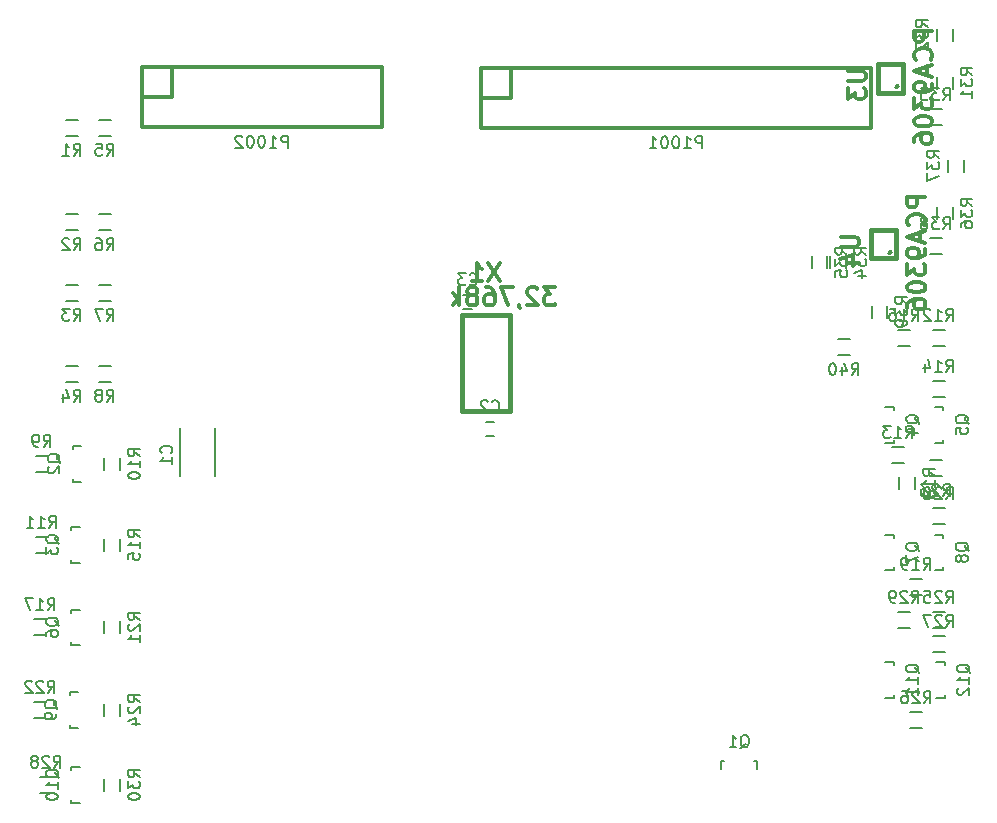
<source format=gbo>
G04 #@! TF.FileFunction,Legend,Bot*
%FSLAX46Y46*%
G04 Gerber Fmt 4.6, Leading zero omitted, Abs format (unit mm)*
G04 Created by KiCad (PCBNEW 4.0.0-rc1-stable) date mer. 14 oct. 2015 22:56:32 CEST*
%MOMM*%
G01*
G04 APERTURE LIST*
%ADD10C,0.150000*%
%ADD11C,0.304800*%
%ADD12C,0.381000*%
%ADD13C,0.203200*%
G04 APERTURE END LIST*
D10*
D11*
X139573000Y-49911000D02*
X106553000Y-49911000D01*
X106553000Y-54991000D02*
X139573000Y-54991000D01*
X106553000Y-52451000D02*
X109093000Y-52451000D01*
X109093000Y-52451000D02*
X109093000Y-49911000D01*
X106553000Y-54991000D02*
X106553000Y-49911000D01*
X139573000Y-49911000D02*
X139573000Y-54991000D01*
D12*
X104902000Y-74422000D02*
X104902000Y-78994000D01*
X104902000Y-78994000D02*
X108966000Y-78994000D01*
X108966000Y-78994000D02*
X108966000Y-70866000D01*
X108966000Y-70866000D02*
X104902000Y-70866000D01*
X104902000Y-70866000D02*
X104902000Y-74422000D01*
D10*
X72382000Y-54316000D02*
X71382000Y-54316000D01*
X71382000Y-55666000D02*
X72382000Y-55666000D01*
X142883000Y-94528000D02*
X143883000Y-94528000D01*
X143883000Y-93178000D02*
X142883000Y-93178000D01*
X144788000Y-99354000D02*
X145788000Y-99354000D01*
X145788000Y-98004000D02*
X144788000Y-98004000D01*
X142883000Y-105831000D02*
X143883000Y-105831000D01*
X143883000Y-104481000D02*
X142883000Y-104481000D01*
X141867000Y-97322000D02*
X142867000Y-97322000D01*
X142867000Y-95972000D02*
X141867000Y-95972000D01*
X144788000Y-97322000D02*
X145788000Y-97322000D01*
X145788000Y-95972000D02*
X144788000Y-95972000D01*
X144788000Y-88559000D02*
X145788000Y-88559000D01*
X145788000Y-87209000D02*
X144788000Y-87209000D01*
X144788000Y-77764000D02*
X145788000Y-77764000D01*
X145788000Y-76414000D02*
X144788000Y-76414000D01*
X141359000Y-83352000D02*
X142359000Y-83352000D01*
X142359000Y-82002000D02*
X141359000Y-82002000D01*
X141867000Y-73446000D02*
X142867000Y-73446000D01*
X142867000Y-72096000D02*
X141867000Y-72096000D01*
X68842000Y-90972000D02*
X69842000Y-90972000D01*
X69842000Y-89622000D02*
X68842000Y-89622000D01*
X68715000Y-97957000D02*
X69715000Y-97957000D01*
X69715000Y-96607000D02*
X68715000Y-96607000D01*
X75176000Y-54316000D02*
X74176000Y-54316000D01*
X74176000Y-55666000D02*
X75176000Y-55666000D01*
X144788000Y-73446000D02*
X145788000Y-73446000D01*
X145788000Y-72096000D02*
X144788000Y-72096000D01*
X134529200Y-65870200D02*
X134529200Y-66870200D01*
X135879200Y-66870200D02*
X135879200Y-65870200D01*
X136129400Y-65870200D02*
X136129400Y-66870200D01*
X137479400Y-66870200D02*
X137479400Y-65870200D01*
X144534000Y-54777000D02*
X145534000Y-54777000D01*
X145534000Y-53427000D02*
X144534000Y-53427000D01*
X146471000Y-47617000D02*
X146471000Y-46617000D01*
X145121000Y-46617000D02*
X145121000Y-47617000D01*
X145121000Y-50681000D02*
X145121000Y-51681000D01*
X146471000Y-51681000D02*
X146471000Y-50681000D01*
X69223000Y-111292000D02*
X70223000Y-111292000D01*
X70223000Y-109942000D02*
X69223000Y-109942000D01*
X68715000Y-104942000D02*
X69715000Y-104942000D01*
X69715000Y-103592000D02*
X68715000Y-103592000D01*
X68842000Y-84114000D02*
X69842000Y-84114000D01*
X69842000Y-82764000D02*
X68842000Y-82764000D01*
X74636000Y-110117000D02*
X74636000Y-111117000D01*
X75986000Y-111117000D02*
X75986000Y-110117000D01*
X74636000Y-103767000D02*
X74636000Y-104767000D01*
X75986000Y-104767000D02*
X75986000Y-103767000D01*
X74636000Y-96782000D02*
X74636000Y-97782000D01*
X75986000Y-97782000D02*
X75986000Y-96782000D01*
X74636000Y-89797000D02*
X74636000Y-90797000D01*
X75986000Y-90797000D02*
X75986000Y-89797000D01*
X137787000Y-72883400D02*
X136787000Y-72883400D01*
X136787000Y-74233400D02*
X137787000Y-74233400D01*
X74636000Y-82939000D02*
X74636000Y-83939000D01*
X75986000Y-83939000D02*
X75986000Y-82939000D01*
X139609200Y-70061200D02*
X139609200Y-71061200D01*
X140959200Y-71061200D02*
X140959200Y-70061200D01*
X75176000Y-75144000D02*
X74176000Y-75144000D01*
X74176000Y-76494000D02*
X75176000Y-76494000D01*
X72382000Y-75144000D02*
X71382000Y-75144000D01*
X71382000Y-76494000D02*
X72382000Y-76494000D01*
X141946000Y-84590000D02*
X141946000Y-85590000D01*
X143296000Y-85590000D02*
X143296000Y-84590000D01*
X75176000Y-68286000D02*
X74176000Y-68286000D01*
X74176000Y-69636000D02*
X75176000Y-69636000D01*
X72382000Y-68286000D02*
X71382000Y-68286000D01*
X71382000Y-69636000D02*
X72382000Y-69636000D01*
X144534000Y-65699000D02*
X145534000Y-65699000D01*
X145534000Y-64349000D02*
X144534000Y-64349000D01*
X145534000Y-83145000D02*
X144534000Y-83145000D01*
X144534000Y-84495000D02*
X145534000Y-84495000D01*
X75176000Y-62317000D02*
X74176000Y-62317000D01*
X74176000Y-63667000D02*
X75176000Y-63667000D01*
X72382000Y-62317000D02*
X71382000Y-62317000D01*
X71382000Y-63667000D02*
X72382000Y-63667000D01*
X147461600Y-58691400D02*
X147461600Y-57691400D01*
X146111600Y-57691400D02*
X146111600Y-58691400D01*
X145121000Y-61730000D02*
X145121000Y-62730000D01*
X146471000Y-62730000D02*
X146471000Y-61730000D01*
X107665000Y-79918000D02*
X106965000Y-79918000D01*
X106965000Y-81118000D02*
X107665000Y-81118000D01*
X105760000Y-69173800D02*
X105060000Y-69173800D01*
X105060000Y-70373800D02*
X105760000Y-70373800D01*
D12*
X141782800Y-51485800D02*
G75*
G03X141782800Y-51485800I-50800J0D01*
G01*
X140157200Y-52006500D02*
X140157200Y-49593500D01*
X140157200Y-49593500D02*
X142252700Y-49593500D01*
X142252700Y-49593500D02*
X142252700Y-52006500D01*
X142252700Y-52006500D02*
X140157200Y-52006500D01*
X141198600Y-65532000D02*
G75*
G03X141198600Y-65532000I-50800J0D01*
G01*
X139573000Y-66052700D02*
X139573000Y-63639700D01*
X139573000Y-63639700D02*
X141668500Y-63639700D01*
X141668500Y-63639700D02*
X141668500Y-66052700D01*
X141668500Y-66052700D02*
X139573000Y-66052700D01*
D10*
X84050000Y-84477000D02*
X84050000Y-80377000D01*
X81050000Y-84477000D02*
X81050000Y-80377000D01*
D11*
X77825600Y-54940200D02*
X98145600Y-54940200D01*
X98145600Y-54940200D02*
X98145600Y-49860200D01*
X98145600Y-49860200D02*
X77825600Y-49860200D01*
X77825600Y-52400200D02*
X80365600Y-52400200D01*
X80365600Y-52400200D02*
X80365600Y-49860200D01*
X77825600Y-54940200D02*
X77825600Y-49860200D01*
D10*
X71866760Y-98581160D02*
X71866760Y-98532900D01*
X72567800Y-95782180D02*
X71866760Y-95782180D01*
X71866760Y-95782180D02*
X71866760Y-96031100D01*
X71866760Y-98581160D02*
X71866760Y-98781820D01*
X71866760Y-98781820D02*
X72567800Y-98781820D01*
X71866760Y-91596160D02*
X71866760Y-91547900D01*
X72567800Y-88797180D02*
X71866760Y-88797180D01*
X71866760Y-88797180D02*
X71866760Y-89046100D01*
X71866760Y-91596160D02*
X71866760Y-91796820D01*
X71866760Y-91796820D02*
X72567800Y-91796820D01*
X71739760Y-105566160D02*
X71739760Y-105517900D01*
X72440800Y-102767180D02*
X71739760Y-102767180D01*
X71739760Y-102767180D02*
X71739760Y-103016100D01*
X71739760Y-105566160D02*
X71739760Y-105766820D01*
X71739760Y-105766820D02*
X72440800Y-105766820D01*
X71993760Y-84738160D02*
X71993760Y-84689900D01*
X72694800Y-81939180D02*
X71993760Y-81939180D01*
X71993760Y-81939180D02*
X71993760Y-82188100D01*
X71993760Y-84738160D02*
X71993760Y-84938820D01*
X71993760Y-84938820D02*
X72694800Y-84938820D01*
X71866760Y-111916160D02*
X71866760Y-111867900D01*
X72567800Y-109117180D02*
X71866760Y-109117180D01*
X71866760Y-109117180D02*
X71866760Y-109366100D01*
X71866760Y-111916160D02*
X71866760Y-112116820D01*
X71866760Y-112116820D02*
X72567800Y-112116820D01*
X141493240Y-78837840D02*
X141493240Y-78886100D01*
X140792200Y-81636820D02*
X141493240Y-81636820D01*
X141493240Y-81636820D02*
X141493240Y-81387900D01*
X141493240Y-78837840D02*
X141493240Y-78637180D01*
X141493240Y-78637180D02*
X140792200Y-78637180D01*
X145684240Y-78837840D02*
X145684240Y-78886100D01*
X144983200Y-81636820D02*
X145684240Y-81636820D01*
X145684240Y-81636820D02*
X145684240Y-81387900D01*
X145684240Y-78837840D02*
X145684240Y-78637180D01*
X145684240Y-78637180D02*
X144983200Y-78637180D01*
X141493240Y-100427840D02*
X141493240Y-100476100D01*
X140792200Y-103226820D02*
X141493240Y-103226820D01*
X141493240Y-103226820D02*
X141493240Y-102977900D01*
X141493240Y-100427840D02*
X141493240Y-100227180D01*
X141493240Y-100227180D02*
X140792200Y-100227180D01*
X145811240Y-100427840D02*
X145811240Y-100476100D01*
X145110200Y-103226820D02*
X145811240Y-103226820D01*
X145811240Y-103226820D02*
X145811240Y-102977900D01*
X145811240Y-100427840D02*
X145811240Y-100227180D01*
X145811240Y-100227180D02*
X145110200Y-100227180D01*
X145684240Y-89632840D02*
X145684240Y-89681100D01*
X144983200Y-92431820D02*
X145684240Y-92431820D01*
X145684240Y-92431820D02*
X145684240Y-92182900D01*
X145684240Y-89632840D02*
X145684240Y-89432180D01*
X145684240Y-89432180D02*
X144983200Y-89432180D01*
X141493240Y-89632840D02*
X141493240Y-89681100D01*
X140792200Y-92431820D02*
X141493240Y-92431820D01*
X141493240Y-92431820D02*
X141493240Y-92182900D01*
X141493240Y-89632840D02*
X141493240Y-89432180D01*
X141493240Y-89432180D02*
X140792200Y-89432180D01*
X127097840Y-108569760D02*
X127146100Y-108569760D01*
X129896820Y-109270800D02*
X129896820Y-108569760D01*
X129896820Y-108569760D02*
X129647900Y-108569760D01*
X127097840Y-108569760D02*
X126897180Y-108569760D01*
X126897180Y-108569760D02*
X126897180Y-109270800D01*
D13*
X125264333Y-56720619D02*
X125264333Y-55704619D01*
X124877286Y-55704619D01*
X124780524Y-55753000D01*
X124732143Y-55801381D01*
X124683762Y-55898143D01*
X124683762Y-56043286D01*
X124732143Y-56140048D01*
X124780524Y-56188429D01*
X124877286Y-56236810D01*
X125264333Y-56236810D01*
X123716143Y-56720619D02*
X124296714Y-56720619D01*
X124006428Y-56720619D02*
X124006428Y-55704619D01*
X124103190Y-55849762D01*
X124199952Y-55946524D01*
X124296714Y-55994905D01*
X123087190Y-55704619D02*
X122990429Y-55704619D01*
X122893667Y-55753000D01*
X122845286Y-55801381D01*
X122796905Y-55898143D01*
X122748524Y-56091667D01*
X122748524Y-56333571D01*
X122796905Y-56527095D01*
X122845286Y-56623857D01*
X122893667Y-56672238D01*
X122990429Y-56720619D01*
X123087190Y-56720619D01*
X123183952Y-56672238D01*
X123232333Y-56623857D01*
X123280714Y-56527095D01*
X123329095Y-56333571D01*
X123329095Y-56091667D01*
X123280714Y-55898143D01*
X123232333Y-55801381D01*
X123183952Y-55753000D01*
X123087190Y-55704619D01*
X122119571Y-55704619D02*
X122022810Y-55704619D01*
X121926048Y-55753000D01*
X121877667Y-55801381D01*
X121829286Y-55898143D01*
X121780905Y-56091667D01*
X121780905Y-56333571D01*
X121829286Y-56527095D01*
X121877667Y-56623857D01*
X121926048Y-56672238D01*
X122022810Y-56720619D01*
X122119571Y-56720619D01*
X122216333Y-56672238D01*
X122264714Y-56623857D01*
X122313095Y-56527095D01*
X122361476Y-56333571D01*
X122361476Y-56091667D01*
X122313095Y-55898143D01*
X122264714Y-55801381D01*
X122216333Y-55753000D01*
X122119571Y-55704619D01*
X120813286Y-56720619D02*
X121393857Y-56720619D01*
X121103571Y-56720619D02*
X121103571Y-55704619D01*
X121200333Y-55849762D01*
X121297095Y-55946524D01*
X121393857Y-55994905D01*
D11*
X108167715Y-66475429D02*
X107151715Y-67999429D01*
X107151715Y-66475429D02*
X108167715Y-67999429D01*
X105772857Y-67999429D02*
X106643714Y-67999429D01*
X106208286Y-67999429D02*
X106208286Y-66475429D01*
X106353429Y-66693143D01*
X106498571Y-66838286D01*
X106643714Y-66910857D01*
X112848572Y-68507429D02*
X111905143Y-68507429D01*
X112413143Y-69088000D01*
X112195429Y-69088000D01*
X112050286Y-69160571D01*
X111977715Y-69233143D01*
X111905143Y-69378286D01*
X111905143Y-69741143D01*
X111977715Y-69886286D01*
X112050286Y-69958857D01*
X112195429Y-70031429D01*
X112630857Y-70031429D01*
X112776000Y-69958857D01*
X112848572Y-69886286D01*
X111324571Y-68652571D02*
X111252000Y-68580000D01*
X111106857Y-68507429D01*
X110744000Y-68507429D01*
X110598857Y-68580000D01*
X110526286Y-68652571D01*
X110453714Y-68797714D01*
X110453714Y-68942857D01*
X110526286Y-69160571D01*
X111397143Y-70031429D01*
X110453714Y-70031429D01*
X109727999Y-69958857D02*
X109727999Y-70031429D01*
X109800571Y-70176571D01*
X109873142Y-70249143D01*
X109220000Y-68507429D02*
X108204000Y-68507429D01*
X108857143Y-70031429D01*
X106970285Y-68507429D02*
X107260571Y-68507429D01*
X107405714Y-68580000D01*
X107478285Y-68652571D01*
X107623428Y-68870286D01*
X107695999Y-69160571D01*
X107695999Y-69741143D01*
X107623428Y-69886286D01*
X107550856Y-69958857D01*
X107405714Y-70031429D01*
X107115428Y-70031429D01*
X106970285Y-69958857D01*
X106897714Y-69886286D01*
X106825142Y-69741143D01*
X106825142Y-69378286D01*
X106897714Y-69233143D01*
X106970285Y-69160571D01*
X107115428Y-69088000D01*
X107405714Y-69088000D01*
X107550856Y-69160571D01*
X107623428Y-69233143D01*
X107695999Y-69378286D01*
X105954285Y-69160571D02*
X106099427Y-69088000D01*
X106171999Y-69015429D01*
X106244570Y-68870286D01*
X106244570Y-68797714D01*
X106171999Y-68652571D01*
X106099427Y-68580000D01*
X105954285Y-68507429D01*
X105663999Y-68507429D01*
X105518856Y-68580000D01*
X105446285Y-68652571D01*
X105373713Y-68797714D01*
X105373713Y-68870286D01*
X105446285Y-69015429D01*
X105518856Y-69088000D01*
X105663999Y-69160571D01*
X105954285Y-69160571D01*
X106099427Y-69233143D01*
X106171999Y-69305714D01*
X106244570Y-69450857D01*
X106244570Y-69741143D01*
X106171999Y-69886286D01*
X106099427Y-69958857D01*
X105954285Y-70031429D01*
X105663999Y-70031429D01*
X105518856Y-69958857D01*
X105446285Y-69886286D01*
X105373713Y-69741143D01*
X105373713Y-69450857D01*
X105446285Y-69305714D01*
X105518856Y-69233143D01*
X105663999Y-69160571D01*
X104720570Y-70031429D02*
X104720570Y-68507429D01*
X104575427Y-69450857D02*
X104139998Y-70031429D01*
X104139998Y-69015429D02*
X104720570Y-69596000D01*
D10*
X72048666Y-57343381D02*
X72382000Y-56867190D01*
X72620095Y-57343381D02*
X72620095Y-56343381D01*
X72239142Y-56343381D01*
X72143904Y-56391000D01*
X72096285Y-56438619D01*
X72048666Y-56533857D01*
X72048666Y-56676714D01*
X72096285Y-56771952D01*
X72143904Y-56819571D01*
X72239142Y-56867190D01*
X72620095Y-56867190D01*
X71096285Y-57343381D02*
X71667714Y-57343381D01*
X71382000Y-57343381D02*
X71382000Y-56343381D01*
X71477238Y-56486238D01*
X71572476Y-56581476D01*
X71667714Y-56629095D01*
X144025857Y-92405381D02*
X144359191Y-91929190D01*
X144597286Y-92405381D02*
X144597286Y-91405381D01*
X144216333Y-91405381D01*
X144121095Y-91453000D01*
X144073476Y-91500619D01*
X144025857Y-91595857D01*
X144025857Y-91738714D01*
X144073476Y-91833952D01*
X144121095Y-91881571D01*
X144216333Y-91929190D01*
X144597286Y-91929190D01*
X143073476Y-92405381D02*
X143644905Y-92405381D01*
X143359191Y-92405381D02*
X143359191Y-91405381D01*
X143454429Y-91548238D01*
X143549667Y-91643476D01*
X143644905Y-91691095D01*
X142597286Y-92405381D02*
X142406810Y-92405381D01*
X142311571Y-92357762D01*
X142263952Y-92310143D01*
X142168714Y-92167286D01*
X142121095Y-91976810D01*
X142121095Y-91595857D01*
X142168714Y-91500619D01*
X142216333Y-91453000D01*
X142311571Y-91405381D01*
X142502048Y-91405381D01*
X142597286Y-91453000D01*
X142644905Y-91500619D01*
X142692524Y-91595857D01*
X142692524Y-91833952D01*
X142644905Y-91929190D01*
X142597286Y-91976810D01*
X142502048Y-92024429D01*
X142311571Y-92024429D01*
X142216333Y-91976810D01*
X142168714Y-91929190D01*
X142121095Y-91833952D01*
X145930857Y-97231381D02*
X146264191Y-96755190D01*
X146502286Y-97231381D02*
X146502286Y-96231381D01*
X146121333Y-96231381D01*
X146026095Y-96279000D01*
X145978476Y-96326619D01*
X145930857Y-96421857D01*
X145930857Y-96564714D01*
X145978476Y-96659952D01*
X146026095Y-96707571D01*
X146121333Y-96755190D01*
X146502286Y-96755190D01*
X145549905Y-96326619D02*
X145502286Y-96279000D01*
X145407048Y-96231381D01*
X145168952Y-96231381D01*
X145073714Y-96279000D01*
X145026095Y-96326619D01*
X144978476Y-96421857D01*
X144978476Y-96517095D01*
X145026095Y-96659952D01*
X145597524Y-97231381D01*
X144978476Y-97231381D01*
X144645143Y-96231381D02*
X143978476Y-96231381D01*
X144407048Y-97231381D01*
X144025857Y-103708381D02*
X144359191Y-103232190D01*
X144597286Y-103708381D02*
X144597286Y-102708381D01*
X144216333Y-102708381D01*
X144121095Y-102756000D01*
X144073476Y-102803619D01*
X144025857Y-102898857D01*
X144025857Y-103041714D01*
X144073476Y-103136952D01*
X144121095Y-103184571D01*
X144216333Y-103232190D01*
X144597286Y-103232190D01*
X143644905Y-102803619D02*
X143597286Y-102756000D01*
X143502048Y-102708381D01*
X143263952Y-102708381D01*
X143168714Y-102756000D01*
X143121095Y-102803619D01*
X143073476Y-102898857D01*
X143073476Y-102994095D01*
X143121095Y-103136952D01*
X143692524Y-103708381D01*
X143073476Y-103708381D01*
X142216333Y-102708381D02*
X142406810Y-102708381D01*
X142502048Y-102756000D01*
X142549667Y-102803619D01*
X142644905Y-102946476D01*
X142692524Y-103136952D01*
X142692524Y-103517905D01*
X142644905Y-103613143D01*
X142597286Y-103660762D01*
X142502048Y-103708381D01*
X142311571Y-103708381D01*
X142216333Y-103660762D01*
X142168714Y-103613143D01*
X142121095Y-103517905D01*
X142121095Y-103279810D01*
X142168714Y-103184571D01*
X142216333Y-103136952D01*
X142311571Y-103089333D01*
X142502048Y-103089333D01*
X142597286Y-103136952D01*
X142644905Y-103184571D01*
X142692524Y-103279810D01*
X143009857Y-95199381D02*
X143343191Y-94723190D01*
X143581286Y-95199381D02*
X143581286Y-94199381D01*
X143200333Y-94199381D01*
X143105095Y-94247000D01*
X143057476Y-94294619D01*
X143009857Y-94389857D01*
X143009857Y-94532714D01*
X143057476Y-94627952D01*
X143105095Y-94675571D01*
X143200333Y-94723190D01*
X143581286Y-94723190D01*
X142628905Y-94294619D02*
X142581286Y-94247000D01*
X142486048Y-94199381D01*
X142247952Y-94199381D01*
X142152714Y-94247000D01*
X142105095Y-94294619D01*
X142057476Y-94389857D01*
X142057476Y-94485095D01*
X142105095Y-94627952D01*
X142676524Y-95199381D01*
X142057476Y-95199381D01*
X141581286Y-95199381D02*
X141390810Y-95199381D01*
X141295571Y-95151762D01*
X141247952Y-95104143D01*
X141152714Y-94961286D01*
X141105095Y-94770810D01*
X141105095Y-94389857D01*
X141152714Y-94294619D01*
X141200333Y-94247000D01*
X141295571Y-94199381D01*
X141486048Y-94199381D01*
X141581286Y-94247000D01*
X141628905Y-94294619D01*
X141676524Y-94389857D01*
X141676524Y-94627952D01*
X141628905Y-94723190D01*
X141581286Y-94770810D01*
X141486048Y-94818429D01*
X141295571Y-94818429D01*
X141200333Y-94770810D01*
X141152714Y-94723190D01*
X141105095Y-94627952D01*
X145930857Y-95199381D02*
X146264191Y-94723190D01*
X146502286Y-95199381D02*
X146502286Y-94199381D01*
X146121333Y-94199381D01*
X146026095Y-94247000D01*
X145978476Y-94294619D01*
X145930857Y-94389857D01*
X145930857Y-94532714D01*
X145978476Y-94627952D01*
X146026095Y-94675571D01*
X146121333Y-94723190D01*
X146502286Y-94723190D01*
X145549905Y-94294619D02*
X145502286Y-94247000D01*
X145407048Y-94199381D01*
X145168952Y-94199381D01*
X145073714Y-94247000D01*
X145026095Y-94294619D01*
X144978476Y-94389857D01*
X144978476Y-94485095D01*
X145026095Y-94627952D01*
X145597524Y-95199381D01*
X144978476Y-95199381D01*
X144073714Y-94199381D02*
X144549905Y-94199381D01*
X144597524Y-94675571D01*
X144549905Y-94627952D01*
X144454667Y-94580333D01*
X144216571Y-94580333D01*
X144121333Y-94627952D01*
X144073714Y-94675571D01*
X144026095Y-94770810D01*
X144026095Y-95008905D01*
X144073714Y-95104143D01*
X144121333Y-95151762D01*
X144216571Y-95199381D01*
X144454667Y-95199381D01*
X144549905Y-95151762D01*
X144597524Y-95104143D01*
X145930857Y-86436381D02*
X146264191Y-85960190D01*
X146502286Y-86436381D02*
X146502286Y-85436381D01*
X146121333Y-85436381D01*
X146026095Y-85484000D01*
X145978476Y-85531619D01*
X145930857Y-85626857D01*
X145930857Y-85769714D01*
X145978476Y-85864952D01*
X146026095Y-85912571D01*
X146121333Y-85960190D01*
X146502286Y-85960190D01*
X145549905Y-85531619D02*
X145502286Y-85484000D01*
X145407048Y-85436381D01*
X145168952Y-85436381D01*
X145073714Y-85484000D01*
X145026095Y-85531619D01*
X144978476Y-85626857D01*
X144978476Y-85722095D01*
X145026095Y-85864952D01*
X145597524Y-86436381D01*
X144978476Y-86436381D01*
X144359429Y-85436381D02*
X144264190Y-85436381D01*
X144168952Y-85484000D01*
X144121333Y-85531619D01*
X144073714Y-85626857D01*
X144026095Y-85817333D01*
X144026095Y-86055429D01*
X144073714Y-86245905D01*
X144121333Y-86341143D01*
X144168952Y-86388762D01*
X144264190Y-86436381D01*
X144359429Y-86436381D01*
X144454667Y-86388762D01*
X144502286Y-86341143D01*
X144549905Y-86245905D01*
X144597524Y-86055429D01*
X144597524Y-85817333D01*
X144549905Y-85626857D01*
X144502286Y-85531619D01*
X144454667Y-85484000D01*
X144359429Y-85436381D01*
X145930857Y-75641381D02*
X146264191Y-75165190D01*
X146502286Y-75641381D02*
X146502286Y-74641381D01*
X146121333Y-74641381D01*
X146026095Y-74689000D01*
X145978476Y-74736619D01*
X145930857Y-74831857D01*
X145930857Y-74974714D01*
X145978476Y-75069952D01*
X146026095Y-75117571D01*
X146121333Y-75165190D01*
X146502286Y-75165190D01*
X144978476Y-75641381D02*
X145549905Y-75641381D01*
X145264191Y-75641381D02*
X145264191Y-74641381D01*
X145359429Y-74784238D01*
X145454667Y-74879476D01*
X145549905Y-74927095D01*
X144121333Y-74974714D02*
X144121333Y-75641381D01*
X144359429Y-74593762D02*
X144597524Y-75308048D01*
X143978476Y-75308048D01*
X142501857Y-81229381D02*
X142835191Y-80753190D01*
X143073286Y-81229381D02*
X143073286Y-80229381D01*
X142692333Y-80229381D01*
X142597095Y-80277000D01*
X142549476Y-80324619D01*
X142501857Y-80419857D01*
X142501857Y-80562714D01*
X142549476Y-80657952D01*
X142597095Y-80705571D01*
X142692333Y-80753190D01*
X143073286Y-80753190D01*
X141549476Y-81229381D02*
X142120905Y-81229381D01*
X141835191Y-81229381D02*
X141835191Y-80229381D01*
X141930429Y-80372238D01*
X142025667Y-80467476D01*
X142120905Y-80515095D01*
X141216143Y-80229381D02*
X140597095Y-80229381D01*
X140930429Y-80610333D01*
X140787571Y-80610333D01*
X140692333Y-80657952D01*
X140644714Y-80705571D01*
X140597095Y-80800810D01*
X140597095Y-81038905D01*
X140644714Y-81134143D01*
X140692333Y-81181762D01*
X140787571Y-81229381D01*
X141073286Y-81229381D01*
X141168524Y-81181762D01*
X141216143Y-81134143D01*
X143009857Y-71323381D02*
X143343191Y-70847190D01*
X143581286Y-71323381D02*
X143581286Y-70323381D01*
X143200333Y-70323381D01*
X143105095Y-70371000D01*
X143057476Y-70418619D01*
X143009857Y-70513857D01*
X143009857Y-70656714D01*
X143057476Y-70751952D01*
X143105095Y-70799571D01*
X143200333Y-70847190D01*
X143581286Y-70847190D01*
X142057476Y-71323381D02*
X142628905Y-71323381D01*
X142343191Y-71323381D02*
X142343191Y-70323381D01*
X142438429Y-70466238D01*
X142533667Y-70561476D01*
X142628905Y-70609095D01*
X141200333Y-70323381D02*
X141390810Y-70323381D01*
X141486048Y-70371000D01*
X141533667Y-70418619D01*
X141628905Y-70561476D01*
X141676524Y-70751952D01*
X141676524Y-71132905D01*
X141628905Y-71228143D01*
X141581286Y-71275762D01*
X141486048Y-71323381D01*
X141295571Y-71323381D01*
X141200333Y-71275762D01*
X141152714Y-71228143D01*
X141105095Y-71132905D01*
X141105095Y-70894810D01*
X141152714Y-70799571D01*
X141200333Y-70751952D01*
X141295571Y-70704333D01*
X141486048Y-70704333D01*
X141581286Y-70751952D01*
X141628905Y-70799571D01*
X141676524Y-70894810D01*
X69984857Y-88849381D02*
X70318191Y-88373190D01*
X70556286Y-88849381D02*
X70556286Y-87849381D01*
X70175333Y-87849381D01*
X70080095Y-87897000D01*
X70032476Y-87944619D01*
X69984857Y-88039857D01*
X69984857Y-88182714D01*
X70032476Y-88277952D01*
X70080095Y-88325571D01*
X70175333Y-88373190D01*
X70556286Y-88373190D01*
X69032476Y-88849381D02*
X69603905Y-88849381D01*
X69318191Y-88849381D02*
X69318191Y-87849381D01*
X69413429Y-87992238D01*
X69508667Y-88087476D01*
X69603905Y-88135095D01*
X68080095Y-88849381D02*
X68651524Y-88849381D01*
X68365810Y-88849381D02*
X68365810Y-87849381D01*
X68461048Y-87992238D01*
X68556286Y-88087476D01*
X68651524Y-88135095D01*
X69857857Y-95834381D02*
X70191191Y-95358190D01*
X70429286Y-95834381D02*
X70429286Y-94834381D01*
X70048333Y-94834381D01*
X69953095Y-94882000D01*
X69905476Y-94929619D01*
X69857857Y-95024857D01*
X69857857Y-95167714D01*
X69905476Y-95262952D01*
X69953095Y-95310571D01*
X70048333Y-95358190D01*
X70429286Y-95358190D01*
X68905476Y-95834381D02*
X69476905Y-95834381D01*
X69191191Y-95834381D02*
X69191191Y-94834381D01*
X69286429Y-94977238D01*
X69381667Y-95072476D01*
X69476905Y-95120095D01*
X68572143Y-94834381D02*
X67905476Y-94834381D01*
X68334048Y-95834381D01*
X74842666Y-57343381D02*
X75176000Y-56867190D01*
X75414095Y-57343381D02*
X75414095Y-56343381D01*
X75033142Y-56343381D01*
X74937904Y-56391000D01*
X74890285Y-56438619D01*
X74842666Y-56533857D01*
X74842666Y-56676714D01*
X74890285Y-56771952D01*
X74937904Y-56819571D01*
X75033142Y-56867190D01*
X75414095Y-56867190D01*
X73937904Y-56343381D02*
X74414095Y-56343381D01*
X74461714Y-56819571D01*
X74414095Y-56771952D01*
X74318857Y-56724333D01*
X74080761Y-56724333D01*
X73985523Y-56771952D01*
X73937904Y-56819571D01*
X73890285Y-56914810D01*
X73890285Y-57152905D01*
X73937904Y-57248143D01*
X73985523Y-57295762D01*
X74080761Y-57343381D01*
X74318857Y-57343381D01*
X74414095Y-57295762D01*
X74461714Y-57248143D01*
X145930857Y-71323381D02*
X146264191Y-70847190D01*
X146502286Y-71323381D02*
X146502286Y-70323381D01*
X146121333Y-70323381D01*
X146026095Y-70371000D01*
X145978476Y-70418619D01*
X145930857Y-70513857D01*
X145930857Y-70656714D01*
X145978476Y-70751952D01*
X146026095Y-70799571D01*
X146121333Y-70847190D01*
X146502286Y-70847190D01*
X144978476Y-71323381D02*
X145549905Y-71323381D01*
X145264191Y-71323381D02*
X145264191Y-70323381D01*
X145359429Y-70466238D01*
X145454667Y-70561476D01*
X145549905Y-70609095D01*
X144597524Y-70418619D02*
X144549905Y-70371000D01*
X144454667Y-70323381D01*
X144216571Y-70323381D01*
X144121333Y-70371000D01*
X144073714Y-70418619D01*
X144026095Y-70513857D01*
X144026095Y-70609095D01*
X144073714Y-70751952D01*
X144645143Y-71323381D01*
X144026095Y-71323381D01*
X137556581Y-65727343D02*
X137080390Y-65394009D01*
X137556581Y-65155914D02*
X136556581Y-65155914D01*
X136556581Y-65536867D01*
X136604200Y-65632105D01*
X136651819Y-65679724D01*
X136747057Y-65727343D01*
X136889914Y-65727343D01*
X136985152Y-65679724D01*
X137032771Y-65632105D01*
X137080390Y-65536867D01*
X137080390Y-65155914D01*
X136556581Y-66060676D02*
X136556581Y-66679724D01*
X136937533Y-66346390D01*
X136937533Y-66489248D01*
X136985152Y-66584486D01*
X137032771Y-66632105D01*
X137128010Y-66679724D01*
X137366105Y-66679724D01*
X137461343Y-66632105D01*
X137508962Y-66584486D01*
X137556581Y-66489248D01*
X137556581Y-66203533D01*
X137508962Y-66108295D01*
X137461343Y-66060676D01*
X136556581Y-67584486D02*
X136556581Y-67108295D01*
X137032771Y-67060676D01*
X136985152Y-67108295D01*
X136937533Y-67203533D01*
X136937533Y-67441629D01*
X136985152Y-67536867D01*
X137032771Y-67584486D01*
X137128010Y-67632105D01*
X137366105Y-67632105D01*
X137461343Y-67584486D01*
X137508962Y-67536867D01*
X137556581Y-67441629D01*
X137556581Y-67203533D01*
X137508962Y-67108295D01*
X137461343Y-67060676D01*
X139156781Y-65727343D02*
X138680590Y-65394009D01*
X139156781Y-65155914D02*
X138156781Y-65155914D01*
X138156781Y-65536867D01*
X138204400Y-65632105D01*
X138252019Y-65679724D01*
X138347257Y-65727343D01*
X138490114Y-65727343D01*
X138585352Y-65679724D01*
X138632971Y-65632105D01*
X138680590Y-65536867D01*
X138680590Y-65155914D01*
X138156781Y-66060676D02*
X138156781Y-66679724D01*
X138537733Y-66346390D01*
X138537733Y-66489248D01*
X138585352Y-66584486D01*
X138632971Y-66632105D01*
X138728210Y-66679724D01*
X138966305Y-66679724D01*
X139061543Y-66632105D01*
X139109162Y-66584486D01*
X139156781Y-66489248D01*
X139156781Y-66203533D01*
X139109162Y-66108295D01*
X139061543Y-66060676D01*
X138490114Y-67536867D02*
X139156781Y-67536867D01*
X138109162Y-67298771D02*
X138823448Y-67060676D01*
X138823448Y-67679724D01*
X145676857Y-52654381D02*
X146010191Y-52178190D01*
X146248286Y-52654381D02*
X146248286Y-51654381D01*
X145867333Y-51654381D01*
X145772095Y-51702000D01*
X145724476Y-51749619D01*
X145676857Y-51844857D01*
X145676857Y-51987714D01*
X145724476Y-52082952D01*
X145772095Y-52130571D01*
X145867333Y-52178190D01*
X146248286Y-52178190D01*
X145343524Y-51654381D02*
X144724476Y-51654381D01*
X145057810Y-52035333D01*
X144914952Y-52035333D01*
X144819714Y-52082952D01*
X144772095Y-52130571D01*
X144724476Y-52225810D01*
X144724476Y-52463905D01*
X144772095Y-52559143D01*
X144819714Y-52606762D01*
X144914952Y-52654381D01*
X145200667Y-52654381D01*
X145295905Y-52606762D01*
X145343524Y-52559143D01*
X144391143Y-51654381D02*
X143772095Y-51654381D01*
X144105429Y-52035333D01*
X143962571Y-52035333D01*
X143867333Y-52082952D01*
X143819714Y-52130571D01*
X143772095Y-52225810D01*
X143772095Y-52463905D01*
X143819714Y-52559143D01*
X143867333Y-52606762D01*
X143962571Y-52654381D01*
X144248286Y-52654381D01*
X144343524Y-52606762D01*
X144391143Y-52559143D01*
X144348381Y-46474143D02*
X143872190Y-46140809D01*
X144348381Y-45902714D02*
X143348381Y-45902714D01*
X143348381Y-46283667D01*
X143396000Y-46378905D01*
X143443619Y-46426524D01*
X143538857Y-46474143D01*
X143681714Y-46474143D01*
X143776952Y-46426524D01*
X143824571Y-46378905D01*
X143872190Y-46283667D01*
X143872190Y-45902714D01*
X143348381Y-46807476D02*
X143348381Y-47426524D01*
X143729333Y-47093190D01*
X143729333Y-47236048D01*
X143776952Y-47331286D01*
X143824571Y-47378905D01*
X143919810Y-47426524D01*
X144157905Y-47426524D01*
X144253143Y-47378905D01*
X144300762Y-47331286D01*
X144348381Y-47236048D01*
X144348381Y-46950333D01*
X144300762Y-46855095D01*
X144253143Y-46807476D01*
X143443619Y-47807476D02*
X143396000Y-47855095D01*
X143348381Y-47950333D01*
X143348381Y-48188429D01*
X143396000Y-48283667D01*
X143443619Y-48331286D01*
X143538857Y-48378905D01*
X143634095Y-48378905D01*
X143776952Y-48331286D01*
X144348381Y-47759857D01*
X144348381Y-48378905D01*
X148148381Y-50538143D02*
X147672190Y-50204809D01*
X148148381Y-49966714D02*
X147148381Y-49966714D01*
X147148381Y-50347667D01*
X147196000Y-50442905D01*
X147243619Y-50490524D01*
X147338857Y-50538143D01*
X147481714Y-50538143D01*
X147576952Y-50490524D01*
X147624571Y-50442905D01*
X147672190Y-50347667D01*
X147672190Y-49966714D01*
X147148381Y-50871476D02*
X147148381Y-51490524D01*
X147529333Y-51157190D01*
X147529333Y-51300048D01*
X147576952Y-51395286D01*
X147624571Y-51442905D01*
X147719810Y-51490524D01*
X147957905Y-51490524D01*
X148053143Y-51442905D01*
X148100762Y-51395286D01*
X148148381Y-51300048D01*
X148148381Y-51014333D01*
X148100762Y-50919095D01*
X148053143Y-50871476D01*
X148148381Y-52442905D02*
X148148381Y-51871476D01*
X148148381Y-52157190D02*
X147148381Y-52157190D01*
X147291238Y-52061952D01*
X147386476Y-51966714D01*
X147434095Y-51871476D01*
X70365857Y-109169381D02*
X70699191Y-108693190D01*
X70937286Y-109169381D02*
X70937286Y-108169381D01*
X70556333Y-108169381D01*
X70461095Y-108217000D01*
X70413476Y-108264619D01*
X70365857Y-108359857D01*
X70365857Y-108502714D01*
X70413476Y-108597952D01*
X70461095Y-108645571D01*
X70556333Y-108693190D01*
X70937286Y-108693190D01*
X69984905Y-108264619D02*
X69937286Y-108217000D01*
X69842048Y-108169381D01*
X69603952Y-108169381D01*
X69508714Y-108217000D01*
X69461095Y-108264619D01*
X69413476Y-108359857D01*
X69413476Y-108455095D01*
X69461095Y-108597952D01*
X70032524Y-109169381D01*
X69413476Y-109169381D01*
X68842048Y-108597952D02*
X68937286Y-108550333D01*
X68984905Y-108502714D01*
X69032524Y-108407476D01*
X69032524Y-108359857D01*
X68984905Y-108264619D01*
X68937286Y-108217000D01*
X68842048Y-108169381D01*
X68651571Y-108169381D01*
X68556333Y-108217000D01*
X68508714Y-108264619D01*
X68461095Y-108359857D01*
X68461095Y-108407476D01*
X68508714Y-108502714D01*
X68556333Y-108550333D01*
X68651571Y-108597952D01*
X68842048Y-108597952D01*
X68937286Y-108645571D01*
X68984905Y-108693190D01*
X69032524Y-108788429D01*
X69032524Y-108978905D01*
X68984905Y-109074143D01*
X68937286Y-109121762D01*
X68842048Y-109169381D01*
X68651571Y-109169381D01*
X68556333Y-109121762D01*
X68508714Y-109074143D01*
X68461095Y-108978905D01*
X68461095Y-108788429D01*
X68508714Y-108693190D01*
X68556333Y-108645571D01*
X68651571Y-108597952D01*
X69857857Y-102819381D02*
X70191191Y-102343190D01*
X70429286Y-102819381D02*
X70429286Y-101819381D01*
X70048333Y-101819381D01*
X69953095Y-101867000D01*
X69905476Y-101914619D01*
X69857857Y-102009857D01*
X69857857Y-102152714D01*
X69905476Y-102247952D01*
X69953095Y-102295571D01*
X70048333Y-102343190D01*
X70429286Y-102343190D01*
X69476905Y-101914619D02*
X69429286Y-101867000D01*
X69334048Y-101819381D01*
X69095952Y-101819381D01*
X69000714Y-101867000D01*
X68953095Y-101914619D01*
X68905476Y-102009857D01*
X68905476Y-102105095D01*
X68953095Y-102247952D01*
X69524524Y-102819381D01*
X68905476Y-102819381D01*
X68524524Y-101914619D02*
X68476905Y-101867000D01*
X68381667Y-101819381D01*
X68143571Y-101819381D01*
X68048333Y-101867000D01*
X68000714Y-101914619D01*
X67953095Y-102009857D01*
X67953095Y-102105095D01*
X68000714Y-102247952D01*
X68572143Y-102819381D01*
X67953095Y-102819381D01*
X69508666Y-81991381D02*
X69842000Y-81515190D01*
X70080095Y-81991381D02*
X70080095Y-80991381D01*
X69699142Y-80991381D01*
X69603904Y-81039000D01*
X69556285Y-81086619D01*
X69508666Y-81181857D01*
X69508666Y-81324714D01*
X69556285Y-81419952D01*
X69603904Y-81467571D01*
X69699142Y-81515190D01*
X70080095Y-81515190D01*
X69032476Y-81991381D02*
X68842000Y-81991381D01*
X68746761Y-81943762D01*
X68699142Y-81896143D01*
X68603904Y-81753286D01*
X68556285Y-81562810D01*
X68556285Y-81181857D01*
X68603904Y-81086619D01*
X68651523Y-81039000D01*
X68746761Y-80991381D01*
X68937238Y-80991381D01*
X69032476Y-81039000D01*
X69080095Y-81086619D01*
X69127714Y-81181857D01*
X69127714Y-81419952D01*
X69080095Y-81515190D01*
X69032476Y-81562810D01*
X68937238Y-81610429D01*
X68746761Y-81610429D01*
X68651523Y-81562810D01*
X68603904Y-81515190D01*
X68556285Y-81419952D01*
X77663381Y-109974143D02*
X77187190Y-109640809D01*
X77663381Y-109402714D02*
X76663381Y-109402714D01*
X76663381Y-109783667D01*
X76711000Y-109878905D01*
X76758619Y-109926524D01*
X76853857Y-109974143D01*
X76996714Y-109974143D01*
X77091952Y-109926524D01*
X77139571Y-109878905D01*
X77187190Y-109783667D01*
X77187190Y-109402714D01*
X76663381Y-110307476D02*
X76663381Y-110926524D01*
X77044333Y-110593190D01*
X77044333Y-110736048D01*
X77091952Y-110831286D01*
X77139571Y-110878905D01*
X77234810Y-110926524D01*
X77472905Y-110926524D01*
X77568143Y-110878905D01*
X77615762Y-110831286D01*
X77663381Y-110736048D01*
X77663381Y-110450333D01*
X77615762Y-110355095D01*
X77568143Y-110307476D01*
X76663381Y-111545571D02*
X76663381Y-111640810D01*
X76711000Y-111736048D01*
X76758619Y-111783667D01*
X76853857Y-111831286D01*
X77044333Y-111878905D01*
X77282429Y-111878905D01*
X77472905Y-111831286D01*
X77568143Y-111783667D01*
X77615762Y-111736048D01*
X77663381Y-111640810D01*
X77663381Y-111545571D01*
X77615762Y-111450333D01*
X77568143Y-111402714D01*
X77472905Y-111355095D01*
X77282429Y-111307476D01*
X77044333Y-111307476D01*
X76853857Y-111355095D01*
X76758619Y-111402714D01*
X76711000Y-111450333D01*
X76663381Y-111545571D01*
X77663381Y-103624143D02*
X77187190Y-103290809D01*
X77663381Y-103052714D02*
X76663381Y-103052714D01*
X76663381Y-103433667D01*
X76711000Y-103528905D01*
X76758619Y-103576524D01*
X76853857Y-103624143D01*
X76996714Y-103624143D01*
X77091952Y-103576524D01*
X77139571Y-103528905D01*
X77187190Y-103433667D01*
X77187190Y-103052714D01*
X76758619Y-104005095D02*
X76711000Y-104052714D01*
X76663381Y-104147952D01*
X76663381Y-104386048D01*
X76711000Y-104481286D01*
X76758619Y-104528905D01*
X76853857Y-104576524D01*
X76949095Y-104576524D01*
X77091952Y-104528905D01*
X77663381Y-103957476D01*
X77663381Y-104576524D01*
X76996714Y-105433667D02*
X77663381Y-105433667D01*
X76615762Y-105195571D02*
X77330048Y-104957476D01*
X77330048Y-105576524D01*
X77663381Y-96639143D02*
X77187190Y-96305809D01*
X77663381Y-96067714D02*
X76663381Y-96067714D01*
X76663381Y-96448667D01*
X76711000Y-96543905D01*
X76758619Y-96591524D01*
X76853857Y-96639143D01*
X76996714Y-96639143D01*
X77091952Y-96591524D01*
X77139571Y-96543905D01*
X77187190Y-96448667D01*
X77187190Y-96067714D01*
X76758619Y-97020095D02*
X76711000Y-97067714D01*
X76663381Y-97162952D01*
X76663381Y-97401048D01*
X76711000Y-97496286D01*
X76758619Y-97543905D01*
X76853857Y-97591524D01*
X76949095Y-97591524D01*
X77091952Y-97543905D01*
X77663381Y-96972476D01*
X77663381Y-97591524D01*
X77663381Y-98543905D02*
X77663381Y-97972476D01*
X77663381Y-98258190D02*
X76663381Y-98258190D01*
X76806238Y-98162952D01*
X76901476Y-98067714D01*
X76949095Y-97972476D01*
X77663381Y-89654143D02*
X77187190Y-89320809D01*
X77663381Y-89082714D02*
X76663381Y-89082714D01*
X76663381Y-89463667D01*
X76711000Y-89558905D01*
X76758619Y-89606524D01*
X76853857Y-89654143D01*
X76996714Y-89654143D01*
X77091952Y-89606524D01*
X77139571Y-89558905D01*
X77187190Y-89463667D01*
X77187190Y-89082714D01*
X77663381Y-90606524D02*
X77663381Y-90035095D01*
X77663381Y-90320809D02*
X76663381Y-90320809D01*
X76806238Y-90225571D01*
X76901476Y-90130333D01*
X76949095Y-90035095D01*
X76663381Y-91511286D02*
X76663381Y-91035095D01*
X77139571Y-90987476D01*
X77091952Y-91035095D01*
X77044333Y-91130333D01*
X77044333Y-91368429D01*
X77091952Y-91463667D01*
X77139571Y-91511286D01*
X77234810Y-91558905D01*
X77472905Y-91558905D01*
X77568143Y-91511286D01*
X77615762Y-91463667D01*
X77663381Y-91368429D01*
X77663381Y-91130333D01*
X77615762Y-91035095D01*
X77568143Y-90987476D01*
X137929857Y-75910781D02*
X138263191Y-75434590D01*
X138501286Y-75910781D02*
X138501286Y-74910781D01*
X138120333Y-74910781D01*
X138025095Y-74958400D01*
X137977476Y-75006019D01*
X137929857Y-75101257D01*
X137929857Y-75244114D01*
X137977476Y-75339352D01*
X138025095Y-75386971D01*
X138120333Y-75434590D01*
X138501286Y-75434590D01*
X137072714Y-75244114D02*
X137072714Y-75910781D01*
X137310810Y-74863162D02*
X137548905Y-75577448D01*
X136929857Y-75577448D01*
X136358429Y-74910781D02*
X136263190Y-74910781D01*
X136167952Y-74958400D01*
X136120333Y-75006019D01*
X136072714Y-75101257D01*
X136025095Y-75291733D01*
X136025095Y-75529829D01*
X136072714Y-75720305D01*
X136120333Y-75815543D01*
X136167952Y-75863162D01*
X136263190Y-75910781D01*
X136358429Y-75910781D01*
X136453667Y-75863162D01*
X136501286Y-75815543D01*
X136548905Y-75720305D01*
X136596524Y-75529829D01*
X136596524Y-75291733D01*
X136548905Y-75101257D01*
X136501286Y-75006019D01*
X136453667Y-74958400D01*
X136358429Y-74910781D01*
X77663381Y-82796143D02*
X77187190Y-82462809D01*
X77663381Y-82224714D02*
X76663381Y-82224714D01*
X76663381Y-82605667D01*
X76711000Y-82700905D01*
X76758619Y-82748524D01*
X76853857Y-82796143D01*
X76996714Y-82796143D01*
X77091952Y-82748524D01*
X77139571Y-82700905D01*
X77187190Y-82605667D01*
X77187190Y-82224714D01*
X77663381Y-83748524D02*
X77663381Y-83177095D01*
X77663381Y-83462809D02*
X76663381Y-83462809D01*
X76806238Y-83367571D01*
X76901476Y-83272333D01*
X76949095Y-83177095D01*
X76663381Y-84367571D02*
X76663381Y-84462810D01*
X76711000Y-84558048D01*
X76758619Y-84605667D01*
X76853857Y-84653286D01*
X77044333Y-84700905D01*
X77282429Y-84700905D01*
X77472905Y-84653286D01*
X77568143Y-84605667D01*
X77615762Y-84558048D01*
X77663381Y-84462810D01*
X77663381Y-84367571D01*
X77615762Y-84272333D01*
X77568143Y-84224714D01*
X77472905Y-84177095D01*
X77282429Y-84129476D01*
X77044333Y-84129476D01*
X76853857Y-84177095D01*
X76758619Y-84224714D01*
X76711000Y-84272333D01*
X76663381Y-84367571D01*
X142636581Y-69918343D02*
X142160390Y-69585009D01*
X142636581Y-69346914D02*
X141636581Y-69346914D01*
X141636581Y-69727867D01*
X141684200Y-69823105D01*
X141731819Y-69870724D01*
X141827057Y-69918343D01*
X141969914Y-69918343D01*
X142065152Y-69870724D01*
X142112771Y-69823105D01*
X142160390Y-69727867D01*
X142160390Y-69346914D01*
X141636581Y-70251676D02*
X141636581Y-70870724D01*
X142017533Y-70537390D01*
X142017533Y-70680248D01*
X142065152Y-70775486D01*
X142112771Y-70823105D01*
X142208010Y-70870724D01*
X142446105Y-70870724D01*
X142541343Y-70823105D01*
X142588962Y-70775486D01*
X142636581Y-70680248D01*
X142636581Y-70394533D01*
X142588962Y-70299295D01*
X142541343Y-70251676D01*
X142636581Y-71346914D02*
X142636581Y-71537390D01*
X142588962Y-71632629D01*
X142541343Y-71680248D01*
X142398486Y-71775486D01*
X142208010Y-71823105D01*
X141827057Y-71823105D01*
X141731819Y-71775486D01*
X141684200Y-71727867D01*
X141636581Y-71632629D01*
X141636581Y-71442152D01*
X141684200Y-71346914D01*
X141731819Y-71299295D01*
X141827057Y-71251676D01*
X142065152Y-71251676D01*
X142160390Y-71299295D01*
X142208010Y-71346914D01*
X142255629Y-71442152D01*
X142255629Y-71632629D01*
X142208010Y-71727867D01*
X142160390Y-71775486D01*
X142065152Y-71823105D01*
X74842666Y-78171381D02*
X75176000Y-77695190D01*
X75414095Y-78171381D02*
X75414095Y-77171381D01*
X75033142Y-77171381D01*
X74937904Y-77219000D01*
X74890285Y-77266619D01*
X74842666Y-77361857D01*
X74842666Y-77504714D01*
X74890285Y-77599952D01*
X74937904Y-77647571D01*
X75033142Y-77695190D01*
X75414095Y-77695190D01*
X74271238Y-77599952D02*
X74366476Y-77552333D01*
X74414095Y-77504714D01*
X74461714Y-77409476D01*
X74461714Y-77361857D01*
X74414095Y-77266619D01*
X74366476Y-77219000D01*
X74271238Y-77171381D01*
X74080761Y-77171381D01*
X73985523Y-77219000D01*
X73937904Y-77266619D01*
X73890285Y-77361857D01*
X73890285Y-77409476D01*
X73937904Y-77504714D01*
X73985523Y-77552333D01*
X74080761Y-77599952D01*
X74271238Y-77599952D01*
X74366476Y-77647571D01*
X74414095Y-77695190D01*
X74461714Y-77790429D01*
X74461714Y-77980905D01*
X74414095Y-78076143D01*
X74366476Y-78123762D01*
X74271238Y-78171381D01*
X74080761Y-78171381D01*
X73985523Y-78123762D01*
X73937904Y-78076143D01*
X73890285Y-77980905D01*
X73890285Y-77790429D01*
X73937904Y-77695190D01*
X73985523Y-77647571D01*
X74080761Y-77599952D01*
X72048666Y-78171381D02*
X72382000Y-77695190D01*
X72620095Y-78171381D02*
X72620095Y-77171381D01*
X72239142Y-77171381D01*
X72143904Y-77219000D01*
X72096285Y-77266619D01*
X72048666Y-77361857D01*
X72048666Y-77504714D01*
X72096285Y-77599952D01*
X72143904Y-77647571D01*
X72239142Y-77695190D01*
X72620095Y-77695190D01*
X71191523Y-77504714D02*
X71191523Y-78171381D01*
X71429619Y-77123762D02*
X71667714Y-77838048D01*
X71048666Y-77838048D01*
X144973381Y-84447143D02*
X144497190Y-84113809D01*
X144973381Y-83875714D02*
X143973381Y-83875714D01*
X143973381Y-84256667D01*
X144021000Y-84351905D01*
X144068619Y-84399524D01*
X144163857Y-84447143D01*
X144306714Y-84447143D01*
X144401952Y-84399524D01*
X144449571Y-84351905D01*
X144497190Y-84256667D01*
X144497190Y-83875714D01*
X144973381Y-85399524D02*
X144973381Y-84828095D01*
X144973381Y-85113809D02*
X143973381Y-85113809D01*
X144116238Y-85018571D01*
X144211476Y-84923333D01*
X144259095Y-84828095D01*
X144401952Y-85970952D02*
X144354333Y-85875714D01*
X144306714Y-85828095D01*
X144211476Y-85780476D01*
X144163857Y-85780476D01*
X144068619Y-85828095D01*
X144021000Y-85875714D01*
X143973381Y-85970952D01*
X143973381Y-86161429D01*
X144021000Y-86256667D01*
X144068619Y-86304286D01*
X144163857Y-86351905D01*
X144211476Y-86351905D01*
X144306714Y-86304286D01*
X144354333Y-86256667D01*
X144401952Y-86161429D01*
X144401952Y-85970952D01*
X144449571Y-85875714D01*
X144497190Y-85828095D01*
X144592429Y-85780476D01*
X144782905Y-85780476D01*
X144878143Y-85828095D01*
X144925762Y-85875714D01*
X144973381Y-85970952D01*
X144973381Y-86161429D01*
X144925762Y-86256667D01*
X144878143Y-86304286D01*
X144782905Y-86351905D01*
X144592429Y-86351905D01*
X144497190Y-86304286D01*
X144449571Y-86256667D01*
X144401952Y-86161429D01*
X74842666Y-71313381D02*
X75176000Y-70837190D01*
X75414095Y-71313381D02*
X75414095Y-70313381D01*
X75033142Y-70313381D01*
X74937904Y-70361000D01*
X74890285Y-70408619D01*
X74842666Y-70503857D01*
X74842666Y-70646714D01*
X74890285Y-70741952D01*
X74937904Y-70789571D01*
X75033142Y-70837190D01*
X75414095Y-70837190D01*
X74509333Y-70313381D02*
X73842666Y-70313381D01*
X74271238Y-71313381D01*
X72048666Y-71313381D02*
X72382000Y-70837190D01*
X72620095Y-71313381D02*
X72620095Y-70313381D01*
X72239142Y-70313381D01*
X72143904Y-70361000D01*
X72096285Y-70408619D01*
X72048666Y-70503857D01*
X72048666Y-70646714D01*
X72096285Y-70741952D01*
X72143904Y-70789571D01*
X72239142Y-70837190D01*
X72620095Y-70837190D01*
X71715333Y-70313381D02*
X71096285Y-70313381D01*
X71429619Y-70694333D01*
X71286761Y-70694333D01*
X71191523Y-70741952D01*
X71143904Y-70789571D01*
X71096285Y-70884810D01*
X71096285Y-71122905D01*
X71143904Y-71218143D01*
X71191523Y-71265762D01*
X71286761Y-71313381D01*
X71572476Y-71313381D01*
X71667714Y-71265762D01*
X71715333Y-71218143D01*
X145676857Y-63576381D02*
X146010191Y-63100190D01*
X146248286Y-63576381D02*
X146248286Y-62576381D01*
X145867333Y-62576381D01*
X145772095Y-62624000D01*
X145724476Y-62671619D01*
X145676857Y-62766857D01*
X145676857Y-62909714D01*
X145724476Y-63004952D01*
X145772095Y-63052571D01*
X145867333Y-63100190D01*
X146248286Y-63100190D01*
X145343524Y-62576381D02*
X144724476Y-62576381D01*
X145057810Y-62957333D01*
X144914952Y-62957333D01*
X144819714Y-63004952D01*
X144772095Y-63052571D01*
X144724476Y-63147810D01*
X144724476Y-63385905D01*
X144772095Y-63481143D01*
X144819714Y-63528762D01*
X144914952Y-63576381D01*
X145200667Y-63576381D01*
X145295905Y-63528762D01*
X145343524Y-63481143D01*
X144153048Y-63004952D02*
X144248286Y-62957333D01*
X144295905Y-62909714D01*
X144343524Y-62814476D01*
X144343524Y-62766857D01*
X144295905Y-62671619D01*
X144248286Y-62624000D01*
X144153048Y-62576381D01*
X143962571Y-62576381D01*
X143867333Y-62624000D01*
X143819714Y-62671619D01*
X143772095Y-62766857D01*
X143772095Y-62814476D01*
X143819714Y-62909714D01*
X143867333Y-62957333D01*
X143962571Y-63004952D01*
X144153048Y-63004952D01*
X144248286Y-63052571D01*
X144295905Y-63100190D01*
X144343524Y-63195429D01*
X144343524Y-63385905D01*
X144295905Y-63481143D01*
X144248286Y-63528762D01*
X144153048Y-63576381D01*
X143962571Y-63576381D01*
X143867333Y-63528762D01*
X143819714Y-63481143D01*
X143772095Y-63385905D01*
X143772095Y-63195429D01*
X143819714Y-63100190D01*
X143867333Y-63052571D01*
X143962571Y-63004952D01*
X145676857Y-86172381D02*
X146010191Y-85696190D01*
X146248286Y-86172381D02*
X146248286Y-85172381D01*
X145867333Y-85172381D01*
X145772095Y-85220000D01*
X145724476Y-85267619D01*
X145676857Y-85362857D01*
X145676857Y-85505714D01*
X145724476Y-85600952D01*
X145772095Y-85648571D01*
X145867333Y-85696190D01*
X146248286Y-85696190D01*
X145295905Y-85267619D02*
X145248286Y-85220000D01*
X145153048Y-85172381D01*
X144914952Y-85172381D01*
X144819714Y-85220000D01*
X144772095Y-85267619D01*
X144724476Y-85362857D01*
X144724476Y-85458095D01*
X144772095Y-85600952D01*
X145343524Y-86172381D01*
X144724476Y-86172381D01*
X144391143Y-85172381D02*
X143772095Y-85172381D01*
X144105429Y-85553333D01*
X143962571Y-85553333D01*
X143867333Y-85600952D01*
X143819714Y-85648571D01*
X143772095Y-85743810D01*
X143772095Y-85981905D01*
X143819714Y-86077143D01*
X143867333Y-86124762D01*
X143962571Y-86172381D01*
X144248286Y-86172381D01*
X144343524Y-86124762D01*
X144391143Y-86077143D01*
X74842666Y-65344381D02*
X75176000Y-64868190D01*
X75414095Y-65344381D02*
X75414095Y-64344381D01*
X75033142Y-64344381D01*
X74937904Y-64392000D01*
X74890285Y-64439619D01*
X74842666Y-64534857D01*
X74842666Y-64677714D01*
X74890285Y-64772952D01*
X74937904Y-64820571D01*
X75033142Y-64868190D01*
X75414095Y-64868190D01*
X73985523Y-64344381D02*
X74176000Y-64344381D01*
X74271238Y-64392000D01*
X74318857Y-64439619D01*
X74414095Y-64582476D01*
X74461714Y-64772952D01*
X74461714Y-65153905D01*
X74414095Y-65249143D01*
X74366476Y-65296762D01*
X74271238Y-65344381D01*
X74080761Y-65344381D01*
X73985523Y-65296762D01*
X73937904Y-65249143D01*
X73890285Y-65153905D01*
X73890285Y-64915810D01*
X73937904Y-64820571D01*
X73985523Y-64772952D01*
X74080761Y-64725333D01*
X74271238Y-64725333D01*
X74366476Y-64772952D01*
X74414095Y-64820571D01*
X74461714Y-64915810D01*
X72048666Y-65344381D02*
X72382000Y-64868190D01*
X72620095Y-65344381D02*
X72620095Y-64344381D01*
X72239142Y-64344381D01*
X72143904Y-64392000D01*
X72096285Y-64439619D01*
X72048666Y-64534857D01*
X72048666Y-64677714D01*
X72096285Y-64772952D01*
X72143904Y-64820571D01*
X72239142Y-64868190D01*
X72620095Y-64868190D01*
X71667714Y-64439619D02*
X71620095Y-64392000D01*
X71524857Y-64344381D01*
X71286761Y-64344381D01*
X71191523Y-64392000D01*
X71143904Y-64439619D01*
X71096285Y-64534857D01*
X71096285Y-64630095D01*
X71143904Y-64772952D01*
X71715333Y-65344381D01*
X71096285Y-65344381D01*
X145338981Y-57548543D02*
X144862790Y-57215209D01*
X145338981Y-56977114D02*
X144338981Y-56977114D01*
X144338981Y-57358067D01*
X144386600Y-57453305D01*
X144434219Y-57500924D01*
X144529457Y-57548543D01*
X144672314Y-57548543D01*
X144767552Y-57500924D01*
X144815171Y-57453305D01*
X144862790Y-57358067D01*
X144862790Y-56977114D01*
X144338981Y-57881876D02*
X144338981Y-58500924D01*
X144719933Y-58167590D01*
X144719933Y-58310448D01*
X144767552Y-58405686D01*
X144815171Y-58453305D01*
X144910410Y-58500924D01*
X145148505Y-58500924D01*
X145243743Y-58453305D01*
X145291362Y-58405686D01*
X145338981Y-58310448D01*
X145338981Y-58024733D01*
X145291362Y-57929495D01*
X145243743Y-57881876D01*
X144338981Y-58834257D02*
X144338981Y-59500924D01*
X145338981Y-59072352D01*
X148148381Y-61587143D02*
X147672190Y-61253809D01*
X148148381Y-61015714D02*
X147148381Y-61015714D01*
X147148381Y-61396667D01*
X147196000Y-61491905D01*
X147243619Y-61539524D01*
X147338857Y-61587143D01*
X147481714Y-61587143D01*
X147576952Y-61539524D01*
X147624571Y-61491905D01*
X147672190Y-61396667D01*
X147672190Y-61015714D01*
X147148381Y-61920476D02*
X147148381Y-62539524D01*
X147529333Y-62206190D01*
X147529333Y-62349048D01*
X147576952Y-62444286D01*
X147624571Y-62491905D01*
X147719810Y-62539524D01*
X147957905Y-62539524D01*
X148053143Y-62491905D01*
X148100762Y-62444286D01*
X148148381Y-62349048D01*
X148148381Y-62063333D01*
X148100762Y-61968095D01*
X148053143Y-61920476D01*
X147148381Y-63396667D02*
X147148381Y-63206190D01*
X147196000Y-63110952D01*
X147243619Y-63063333D01*
X147386476Y-62968095D01*
X147576952Y-62920476D01*
X147957905Y-62920476D01*
X148053143Y-62968095D01*
X148100762Y-63015714D01*
X148148381Y-63110952D01*
X148148381Y-63301429D01*
X148100762Y-63396667D01*
X148053143Y-63444286D01*
X147957905Y-63491905D01*
X147719810Y-63491905D01*
X147624571Y-63444286D01*
X147576952Y-63396667D01*
X147529333Y-63301429D01*
X147529333Y-63110952D01*
X147576952Y-63015714D01*
X147624571Y-62968095D01*
X147719810Y-62920476D01*
X107481666Y-78975143D02*
X107529285Y-79022762D01*
X107672142Y-79070381D01*
X107767380Y-79070381D01*
X107910238Y-79022762D01*
X108005476Y-78927524D01*
X108053095Y-78832286D01*
X108100714Y-78641810D01*
X108100714Y-78498952D01*
X108053095Y-78308476D01*
X108005476Y-78213238D01*
X107910238Y-78118000D01*
X107767380Y-78070381D01*
X107672142Y-78070381D01*
X107529285Y-78118000D01*
X107481666Y-78165619D01*
X107100714Y-78165619D02*
X107053095Y-78118000D01*
X106957857Y-78070381D01*
X106719761Y-78070381D01*
X106624523Y-78118000D01*
X106576904Y-78165619D01*
X106529285Y-78260857D01*
X106529285Y-78356095D01*
X106576904Y-78498952D01*
X107148333Y-79070381D01*
X106529285Y-79070381D01*
X105576666Y-68230943D02*
X105624285Y-68278562D01*
X105767142Y-68326181D01*
X105862380Y-68326181D01*
X106005238Y-68278562D01*
X106100476Y-68183324D01*
X106148095Y-68088086D01*
X106195714Y-67897610D01*
X106195714Y-67754752D01*
X106148095Y-67564276D01*
X106100476Y-67469038D01*
X106005238Y-67373800D01*
X105862380Y-67326181D01*
X105767142Y-67326181D01*
X105624285Y-67373800D01*
X105576666Y-67421419D01*
X105243333Y-67326181D02*
X104624285Y-67326181D01*
X104957619Y-67707133D01*
X104814761Y-67707133D01*
X104719523Y-67754752D01*
X104671904Y-67802371D01*
X104624285Y-67897610D01*
X104624285Y-68135705D01*
X104671904Y-68230943D01*
X104719523Y-68278562D01*
X104814761Y-68326181D01*
X105100476Y-68326181D01*
X105195714Y-68278562D01*
X105243333Y-68230943D01*
D11*
X137595429Y-50172257D02*
X138829143Y-50172257D01*
X138974286Y-50244829D01*
X139046857Y-50317400D01*
X139119429Y-50462543D01*
X139119429Y-50752829D01*
X139046857Y-50897971D01*
X138974286Y-50970543D01*
X138829143Y-51043114D01*
X137595429Y-51043114D01*
X137595429Y-51623685D02*
X137595429Y-52567114D01*
X138176000Y-52059114D01*
X138176000Y-52276828D01*
X138248571Y-52421971D01*
X138321143Y-52494542D01*
X138466286Y-52567114D01*
X138829143Y-52567114D01*
X138974286Y-52494542D01*
X139046857Y-52421971D01*
X139119429Y-52276828D01*
X139119429Y-51841400D01*
X139046857Y-51696257D01*
X138974286Y-51623685D01*
X144758229Y-46819456D02*
X143234229Y-46819456D01*
X143234229Y-47400028D01*
X143306800Y-47545170D01*
X143379371Y-47617742D01*
X143524514Y-47690313D01*
X143742229Y-47690313D01*
X143887371Y-47617742D01*
X143959943Y-47545170D01*
X144032514Y-47400028D01*
X144032514Y-46819456D01*
X144613086Y-49214313D02*
X144685657Y-49141742D01*
X144758229Y-48924028D01*
X144758229Y-48778885D01*
X144685657Y-48561170D01*
X144540514Y-48416028D01*
X144395371Y-48343456D01*
X144105086Y-48270885D01*
X143887371Y-48270885D01*
X143597086Y-48343456D01*
X143451943Y-48416028D01*
X143306800Y-48561170D01*
X143234229Y-48778885D01*
X143234229Y-48924028D01*
X143306800Y-49141742D01*
X143379371Y-49214313D01*
X144322800Y-49794885D02*
X144322800Y-50520599D01*
X144758229Y-49649742D02*
X143234229Y-50157742D01*
X144758229Y-50665742D01*
X144758229Y-51246314D02*
X144758229Y-51536599D01*
X144685657Y-51681742D01*
X144613086Y-51754314D01*
X144395371Y-51899456D01*
X144105086Y-51972028D01*
X143524514Y-51972028D01*
X143379371Y-51899456D01*
X143306800Y-51826885D01*
X143234229Y-51681742D01*
X143234229Y-51391456D01*
X143306800Y-51246314D01*
X143379371Y-51173742D01*
X143524514Y-51101171D01*
X143887371Y-51101171D01*
X144032514Y-51173742D01*
X144105086Y-51246314D01*
X144177657Y-51391456D01*
X144177657Y-51681742D01*
X144105086Y-51826885D01*
X144032514Y-51899456D01*
X143887371Y-51972028D01*
X143234229Y-52480028D02*
X143234229Y-53423457D01*
X143814800Y-52915457D01*
X143814800Y-53133171D01*
X143887371Y-53278314D01*
X143959943Y-53350885D01*
X144105086Y-53423457D01*
X144467943Y-53423457D01*
X144613086Y-53350885D01*
X144685657Y-53278314D01*
X144758229Y-53133171D01*
X144758229Y-52697743D01*
X144685657Y-52552600D01*
X144613086Y-52480028D01*
X143234229Y-54366886D02*
X143234229Y-54512029D01*
X143306800Y-54657172D01*
X143379371Y-54729743D01*
X143524514Y-54802314D01*
X143814800Y-54874886D01*
X144177657Y-54874886D01*
X144467943Y-54802314D01*
X144613086Y-54729743D01*
X144685657Y-54657172D01*
X144758229Y-54512029D01*
X144758229Y-54366886D01*
X144685657Y-54221743D01*
X144613086Y-54149172D01*
X144467943Y-54076600D01*
X144177657Y-54004029D01*
X143814800Y-54004029D01*
X143524514Y-54076600D01*
X143379371Y-54149172D01*
X143306800Y-54221743D01*
X143234229Y-54366886D01*
X143234229Y-56181172D02*
X143234229Y-55890886D01*
X143306800Y-55745743D01*
X143379371Y-55673172D01*
X143597086Y-55528029D01*
X143887371Y-55455458D01*
X144467943Y-55455458D01*
X144613086Y-55528029D01*
X144685657Y-55600601D01*
X144758229Y-55745743D01*
X144758229Y-56036029D01*
X144685657Y-56181172D01*
X144613086Y-56253743D01*
X144467943Y-56326315D01*
X144105086Y-56326315D01*
X143959943Y-56253743D01*
X143887371Y-56181172D01*
X143814800Y-56036029D01*
X143814800Y-55745743D01*
X143887371Y-55600601D01*
X143959943Y-55528029D01*
X144105086Y-55455458D01*
X137011229Y-64218457D02*
X138244943Y-64218457D01*
X138390086Y-64291029D01*
X138462657Y-64363600D01*
X138535229Y-64508743D01*
X138535229Y-64799029D01*
X138462657Y-64944171D01*
X138390086Y-65016743D01*
X138244943Y-65089314D01*
X137011229Y-65089314D01*
X137519229Y-66468171D02*
X138535229Y-66468171D01*
X136938657Y-66105314D02*
X138027229Y-65742457D01*
X138027229Y-66685885D01*
X144174029Y-60865656D02*
X142650029Y-60865656D01*
X142650029Y-61446228D01*
X142722600Y-61591370D01*
X142795171Y-61663942D01*
X142940314Y-61736513D01*
X143158029Y-61736513D01*
X143303171Y-61663942D01*
X143375743Y-61591370D01*
X143448314Y-61446228D01*
X143448314Y-60865656D01*
X144028886Y-63260513D02*
X144101457Y-63187942D01*
X144174029Y-62970228D01*
X144174029Y-62825085D01*
X144101457Y-62607370D01*
X143956314Y-62462228D01*
X143811171Y-62389656D01*
X143520886Y-62317085D01*
X143303171Y-62317085D01*
X143012886Y-62389656D01*
X142867743Y-62462228D01*
X142722600Y-62607370D01*
X142650029Y-62825085D01*
X142650029Y-62970228D01*
X142722600Y-63187942D01*
X142795171Y-63260513D01*
X143738600Y-63841085D02*
X143738600Y-64566799D01*
X144174029Y-63695942D02*
X142650029Y-64203942D01*
X144174029Y-64711942D01*
X144174029Y-65292514D02*
X144174029Y-65582799D01*
X144101457Y-65727942D01*
X144028886Y-65800514D01*
X143811171Y-65945656D01*
X143520886Y-66018228D01*
X142940314Y-66018228D01*
X142795171Y-65945656D01*
X142722600Y-65873085D01*
X142650029Y-65727942D01*
X142650029Y-65437656D01*
X142722600Y-65292514D01*
X142795171Y-65219942D01*
X142940314Y-65147371D01*
X143303171Y-65147371D01*
X143448314Y-65219942D01*
X143520886Y-65292514D01*
X143593457Y-65437656D01*
X143593457Y-65727942D01*
X143520886Y-65873085D01*
X143448314Y-65945656D01*
X143303171Y-66018228D01*
X142650029Y-66526228D02*
X142650029Y-67469657D01*
X143230600Y-66961657D01*
X143230600Y-67179371D01*
X143303171Y-67324514D01*
X143375743Y-67397085D01*
X143520886Y-67469657D01*
X143883743Y-67469657D01*
X144028886Y-67397085D01*
X144101457Y-67324514D01*
X144174029Y-67179371D01*
X144174029Y-66743943D01*
X144101457Y-66598800D01*
X144028886Y-66526228D01*
X142650029Y-68413086D02*
X142650029Y-68558229D01*
X142722600Y-68703372D01*
X142795171Y-68775943D01*
X142940314Y-68848514D01*
X143230600Y-68921086D01*
X143593457Y-68921086D01*
X143883743Y-68848514D01*
X144028886Y-68775943D01*
X144101457Y-68703372D01*
X144174029Y-68558229D01*
X144174029Y-68413086D01*
X144101457Y-68267943D01*
X144028886Y-68195372D01*
X143883743Y-68122800D01*
X143593457Y-68050229D01*
X143230600Y-68050229D01*
X142940314Y-68122800D01*
X142795171Y-68195372D01*
X142722600Y-68267943D01*
X142650029Y-68413086D01*
X142650029Y-70227372D02*
X142650029Y-69937086D01*
X142722600Y-69791943D01*
X142795171Y-69719372D01*
X143012886Y-69574229D01*
X143303171Y-69501658D01*
X143883743Y-69501658D01*
X144028886Y-69574229D01*
X144101457Y-69646801D01*
X144174029Y-69791943D01*
X144174029Y-70082229D01*
X144101457Y-70227372D01*
X144028886Y-70299943D01*
X143883743Y-70372515D01*
X143520886Y-70372515D01*
X143375743Y-70299943D01*
X143303171Y-70227372D01*
X143230600Y-70082229D01*
X143230600Y-69791943D01*
X143303171Y-69646801D01*
X143375743Y-69574229D01*
X143520886Y-69501658D01*
D10*
X80307143Y-82510334D02*
X80354762Y-82462715D01*
X80402381Y-82319858D01*
X80402381Y-82224620D01*
X80354762Y-82081762D01*
X80259524Y-81986524D01*
X80164286Y-81938905D01*
X79973810Y-81891286D01*
X79830952Y-81891286D01*
X79640476Y-81938905D01*
X79545238Y-81986524D01*
X79450000Y-82081762D01*
X79402381Y-82224620D01*
X79402381Y-82319858D01*
X79450000Y-82462715D01*
X79497619Y-82510334D01*
X80402381Y-83462715D02*
X80402381Y-82891286D01*
X80402381Y-83177000D02*
X79402381Y-83177000D01*
X79545238Y-83081762D01*
X79640476Y-82986524D01*
X79688095Y-82891286D01*
D13*
X90186933Y-56669819D02*
X90186933Y-55653819D01*
X89799886Y-55653819D01*
X89703124Y-55702200D01*
X89654743Y-55750581D01*
X89606362Y-55847343D01*
X89606362Y-55992486D01*
X89654743Y-56089248D01*
X89703124Y-56137629D01*
X89799886Y-56186010D01*
X90186933Y-56186010D01*
X88638743Y-56669819D02*
X89219314Y-56669819D01*
X88929028Y-56669819D02*
X88929028Y-55653819D01*
X89025790Y-55798962D01*
X89122552Y-55895724D01*
X89219314Y-55944105D01*
X88009790Y-55653819D02*
X87913029Y-55653819D01*
X87816267Y-55702200D01*
X87767886Y-55750581D01*
X87719505Y-55847343D01*
X87671124Y-56040867D01*
X87671124Y-56282771D01*
X87719505Y-56476295D01*
X87767886Y-56573057D01*
X87816267Y-56621438D01*
X87913029Y-56669819D01*
X88009790Y-56669819D01*
X88106552Y-56621438D01*
X88154933Y-56573057D01*
X88203314Y-56476295D01*
X88251695Y-56282771D01*
X88251695Y-56040867D01*
X88203314Y-55847343D01*
X88154933Y-55750581D01*
X88106552Y-55702200D01*
X88009790Y-55653819D01*
X87042171Y-55653819D02*
X86945410Y-55653819D01*
X86848648Y-55702200D01*
X86800267Y-55750581D01*
X86751886Y-55847343D01*
X86703505Y-56040867D01*
X86703505Y-56282771D01*
X86751886Y-56476295D01*
X86800267Y-56573057D01*
X86848648Y-56621438D01*
X86945410Y-56669819D01*
X87042171Y-56669819D01*
X87138933Y-56621438D01*
X87187314Y-56573057D01*
X87235695Y-56476295D01*
X87284076Y-56282771D01*
X87284076Y-56040867D01*
X87235695Y-55847343D01*
X87187314Y-55750581D01*
X87138933Y-55702200D01*
X87042171Y-55653819D01*
X86316457Y-55750581D02*
X86268076Y-55702200D01*
X86171314Y-55653819D01*
X85929410Y-55653819D01*
X85832648Y-55702200D01*
X85784267Y-55750581D01*
X85735886Y-55847343D01*
X85735886Y-55944105D01*
X85784267Y-56089248D01*
X86364838Y-56669819D01*
X85735886Y-56669819D01*
D10*
X70814619Y-97186762D02*
X70767000Y-97091524D01*
X70671762Y-96996286D01*
X70528905Y-96853429D01*
X70481286Y-96758190D01*
X70481286Y-96662952D01*
X70719381Y-96710571D02*
X70671762Y-96615333D01*
X70576524Y-96520095D01*
X70386048Y-96472476D01*
X70052714Y-96472476D01*
X69862238Y-96520095D01*
X69767000Y-96615333D01*
X69719381Y-96710571D01*
X69719381Y-96901048D01*
X69767000Y-96996286D01*
X69862238Y-97091524D01*
X70052714Y-97139143D01*
X70386048Y-97139143D01*
X70576524Y-97091524D01*
X70671762Y-96996286D01*
X70719381Y-96901048D01*
X70719381Y-96710571D01*
X69719381Y-97996286D02*
X69719381Y-97805809D01*
X69767000Y-97710571D01*
X69814619Y-97662952D01*
X69957476Y-97567714D01*
X70147952Y-97520095D01*
X70528905Y-97520095D01*
X70624143Y-97567714D01*
X70671762Y-97615333D01*
X70719381Y-97710571D01*
X70719381Y-97901048D01*
X70671762Y-97996286D01*
X70624143Y-98043905D01*
X70528905Y-98091524D01*
X70290810Y-98091524D01*
X70195571Y-98043905D01*
X70147952Y-97996286D01*
X70100333Y-97901048D01*
X70100333Y-97710571D01*
X70147952Y-97615333D01*
X70195571Y-97567714D01*
X70290810Y-97520095D01*
X70814619Y-90201762D02*
X70767000Y-90106524D01*
X70671762Y-90011286D01*
X70528905Y-89868429D01*
X70481286Y-89773190D01*
X70481286Y-89677952D01*
X70719381Y-89725571D02*
X70671762Y-89630333D01*
X70576524Y-89535095D01*
X70386048Y-89487476D01*
X70052714Y-89487476D01*
X69862238Y-89535095D01*
X69767000Y-89630333D01*
X69719381Y-89725571D01*
X69719381Y-89916048D01*
X69767000Y-90011286D01*
X69862238Y-90106524D01*
X70052714Y-90154143D01*
X70386048Y-90154143D01*
X70576524Y-90106524D01*
X70671762Y-90011286D01*
X70719381Y-89916048D01*
X70719381Y-89725571D01*
X69719381Y-90487476D02*
X69719381Y-91106524D01*
X70100333Y-90773190D01*
X70100333Y-90916048D01*
X70147952Y-91011286D01*
X70195571Y-91058905D01*
X70290810Y-91106524D01*
X70528905Y-91106524D01*
X70624143Y-91058905D01*
X70671762Y-91011286D01*
X70719381Y-90916048D01*
X70719381Y-90630333D01*
X70671762Y-90535095D01*
X70624143Y-90487476D01*
X70687619Y-104171762D02*
X70640000Y-104076524D01*
X70544762Y-103981286D01*
X70401905Y-103838429D01*
X70354286Y-103743190D01*
X70354286Y-103647952D01*
X70592381Y-103695571D02*
X70544762Y-103600333D01*
X70449524Y-103505095D01*
X70259048Y-103457476D01*
X69925714Y-103457476D01*
X69735238Y-103505095D01*
X69640000Y-103600333D01*
X69592381Y-103695571D01*
X69592381Y-103886048D01*
X69640000Y-103981286D01*
X69735238Y-104076524D01*
X69925714Y-104124143D01*
X70259048Y-104124143D01*
X70449524Y-104076524D01*
X70544762Y-103981286D01*
X70592381Y-103886048D01*
X70592381Y-103695571D01*
X70592381Y-104600333D02*
X70592381Y-104790809D01*
X70544762Y-104886048D01*
X70497143Y-104933667D01*
X70354286Y-105028905D01*
X70163810Y-105076524D01*
X69782857Y-105076524D01*
X69687619Y-105028905D01*
X69640000Y-104981286D01*
X69592381Y-104886048D01*
X69592381Y-104695571D01*
X69640000Y-104600333D01*
X69687619Y-104552714D01*
X69782857Y-104505095D01*
X70020952Y-104505095D01*
X70116190Y-104552714D01*
X70163810Y-104600333D01*
X70211429Y-104695571D01*
X70211429Y-104886048D01*
X70163810Y-104981286D01*
X70116190Y-105028905D01*
X70020952Y-105076524D01*
X70941619Y-83343762D02*
X70894000Y-83248524D01*
X70798762Y-83153286D01*
X70655905Y-83010429D01*
X70608286Y-82915190D01*
X70608286Y-82819952D01*
X70846381Y-82867571D02*
X70798762Y-82772333D01*
X70703524Y-82677095D01*
X70513048Y-82629476D01*
X70179714Y-82629476D01*
X69989238Y-82677095D01*
X69894000Y-82772333D01*
X69846381Y-82867571D01*
X69846381Y-83058048D01*
X69894000Y-83153286D01*
X69989238Y-83248524D01*
X70179714Y-83296143D01*
X70513048Y-83296143D01*
X70703524Y-83248524D01*
X70798762Y-83153286D01*
X70846381Y-83058048D01*
X70846381Y-82867571D01*
X69941619Y-83677095D02*
X69894000Y-83724714D01*
X69846381Y-83819952D01*
X69846381Y-84058048D01*
X69894000Y-84153286D01*
X69941619Y-84200905D01*
X70036857Y-84248524D01*
X70132095Y-84248524D01*
X70274952Y-84200905D01*
X70846381Y-83629476D01*
X70846381Y-84248524D01*
X70814619Y-110045572D02*
X70767000Y-109950334D01*
X70671762Y-109855096D01*
X70528905Y-109712239D01*
X70481286Y-109617000D01*
X70481286Y-109521762D01*
X70719381Y-109569381D02*
X70671762Y-109474143D01*
X70576524Y-109378905D01*
X70386048Y-109331286D01*
X70052714Y-109331286D01*
X69862238Y-109378905D01*
X69767000Y-109474143D01*
X69719381Y-109569381D01*
X69719381Y-109759858D01*
X69767000Y-109855096D01*
X69862238Y-109950334D01*
X70052714Y-109997953D01*
X70386048Y-109997953D01*
X70576524Y-109950334D01*
X70671762Y-109855096D01*
X70719381Y-109759858D01*
X70719381Y-109569381D01*
X70719381Y-110950334D02*
X70719381Y-110378905D01*
X70719381Y-110664619D02*
X69719381Y-110664619D01*
X69862238Y-110569381D01*
X69957476Y-110474143D01*
X70005095Y-110378905D01*
X69719381Y-111569381D02*
X69719381Y-111664620D01*
X69767000Y-111759858D01*
X69814619Y-111807477D01*
X69909857Y-111855096D01*
X70100333Y-111902715D01*
X70338429Y-111902715D01*
X70528905Y-111855096D01*
X70624143Y-111807477D01*
X70671762Y-111759858D01*
X70719381Y-111664620D01*
X70719381Y-111569381D01*
X70671762Y-111474143D01*
X70624143Y-111426524D01*
X70528905Y-111378905D01*
X70338429Y-111331286D01*
X70100333Y-111331286D01*
X69909857Y-111378905D01*
X69814619Y-111426524D01*
X69767000Y-111474143D01*
X69719381Y-111569381D01*
X143640619Y-80041762D02*
X143593000Y-79946524D01*
X143497762Y-79851286D01*
X143354905Y-79708429D01*
X143307286Y-79613190D01*
X143307286Y-79517952D01*
X143545381Y-79565571D02*
X143497762Y-79470333D01*
X143402524Y-79375095D01*
X143212048Y-79327476D01*
X142878714Y-79327476D01*
X142688238Y-79375095D01*
X142593000Y-79470333D01*
X142545381Y-79565571D01*
X142545381Y-79756048D01*
X142593000Y-79851286D01*
X142688238Y-79946524D01*
X142878714Y-79994143D01*
X143212048Y-79994143D01*
X143402524Y-79946524D01*
X143497762Y-79851286D01*
X143545381Y-79756048D01*
X143545381Y-79565571D01*
X142878714Y-80851286D02*
X143545381Y-80851286D01*
X142497762Y-80613190D02*
X143212048Y-80375095D01*
X143212048Y-80994143D01*
X147831619Y-80041762D02*
X147784000Y-79946524D01*
X147688762Y-79851286D01*
X147545905Y-79708429D01*
X147498286Y-79613190D01*
X147498286Y-79517952D01*
X147736381Y-79565571D02*
X147688762Y-79470333D01*
X147593524Y-79375095D01*
X147403048Y-79327476D01*
X147069714Y-79327476D01*
X146879238Y-79375095D01*
X146784000Y-79470333D01*
X146736381Y-79565571D01*
X146736381Y-79756048D01*
X146784000Y-79851286D01*
X146879238Y-79946524D01*
X147069714Y-79994143D01*
X147403048Y-79994143D01*
X147593524Y-79946524D01*
X147688762Y-79851286D01*
X147736381Y-79756048D01*
X147736381Y-79565571D01*
X146736381Y-80898905D02*
X146736381Y-80422714D01*
X147212571Y-80375095D01*
X147164952Y-80422714D01*
X147117333Y-80517952D01*
X147117333Y-80756048D01*
X147164952Y-80851286D01*
X147212571Y-80898905D01*
X147307810Y-80946524D01*
X147545905Y-80946524D01*
X147641143Y-80898905D01*
X147688762Y-80851286D01*
X147736381Y-80756048D01*
X147736381Y-80517952D01*
X147688762Y-80422714D01*
X147641143Y-80375095D01*
X143640619Y-101155572D02*
X143593000Y-101060334D01*
X143497762Y-100965096D01*
X143354905Y-100822239D01*
X143307286Y-100727000D01*
X143307286Y-100631762D01*
X143545381Y-100679381D02*
X143497762Y-100584143D01*
X143402524Y-100488905D01*
X143212048Y-100441286D01*
X142878714Y-100441286D01*
X142688238Y-100488905D01*
X142593000Y-100584143D01*
X142545381Y-100679381D01*
X142545381Y-100869858D01*
X142593000Y-100965096D01*
X142688238Y-101060334D01*
X142878714Y-101107953D01*
X143212048Y-101107953D01*
X143402524Y-101060334D01*
X143497762Y-100965096D01*
X143545381Y-100869858D01*
X143545381Y-100679381D01*
X143545381Y-102060334D02*
X143545381Y-101488905D01*
X143545381Y-101774619D02*
X142545381Y-101774619D01*
X142688238Y-101679381D01*
X142783476Y-101584143D01*
X142831095Y-101488905D01*
X143545381Y-103012715D02*
X143545381Y-102441286D01*
X143545381Y-102727000D02*
X142545381Y-102727000D01*
X142688238Y-102631762D01*
X142783476Y-102536524D01*
X142831095Y-102441286D01*
X147958619Y-101155572D02*
X147911000Y-101060334D01*
X147815762Y-100965096D01*
X147672905Y-100822239D01*
X147625286Y-100727000D01*
X147625286Y-100631762D01*
X147863381Y-100679381D02*
X147815762Y-100584143D01*
X147720524Y-100488905D01*
X147530048Y-100441286D01*
X147196714Y-100441286D01*
X147006238Y-100488905D01*
X146911000Y-100584143D01*
X146863381Y-100679381D01*
X146863381Y-100869858D01*
X146911000Y-100965096D01*
X147006238Y-101060334D01*
X147196714Y-101107953D01*
X147530048Y-101107953D01*
X147720524Y-101060334D01*
X147815762Y-100965096D01*
X147863381Y-100869858D01*
X147863381Y-100679381D01*
X147863381Y-102060334D02*
X147863381Y-101488905D01*
X147863381Y-101774619D02*
X146863381Y-101774619D01*
X147006238Y-101679381D01*
X147101476Y-101584143D01*
X147149095Y-101488905D01*
X146958619Y-102441286D02*
X146911000Y-102488905D01*
X146863381Y-102584143D01*
X146863381Y-102822239D01*
X146911000Y-102917477D01*
X146958619Y-102965096D01*
X147053857Y-103012715D01*
X147149095Y-103012715D01*
X147291952Y-102965096D01*
X147863381Y-102393667D01*
X147863381Y-103012715D01*
X147831619Y-90836762D02*
X147784000Y-90741524D01*
X147688762Y-90646286D01*
X147545905Y-90503429D01*
X147498286Y-90408190D01*
X147498286Y-90312952D01*
X147736381Y-90360571D02*
X147688762Y-90265333D01*
X147593524Y-90170095D01*
X147403048Y-90122476D01*
X147069714Y-90122476D01*
X146879238Y-90170095D01*
X146784000Y-90265333D01*
X146736381Y-90360571D01*
X146736381Y-90551048D01*
X146784000Y-90646286D01*
X146879238Y-90741524D01*
X147069714Y-90789143D01*
X147403048Y-90789143D01*
X147593524Y-90741524D01*
X147688762Y-90646286D01*
X147736381Y-90551048D01*
X147736381Y-90360571D01*
X147164952Y-91360571D02*
X147117333Y-91265333D01*
X147069714Y-91217714D01*
X146974476Y-91170095D01*
X146926857Y-91170095D01*
X146831619Y-91217714D01*
X146784000Y-91265333D01*
X146736381Y-91360571D01*
X146736381Y-91551048D01*
X146784000Y-91646286D01*
X146831619Y-91693905D01*
X146926857Y-91741524D01*
X146974476Y-91741524D01*
X147069714Y-91693905D01*
X147117333Y-91646286D01*
X147164952Y-91551048D01*
X147164952Y-91360571D01*
X147212571Y-91265333D01*
X147260190Y-91217714D01*
X147355429Y-91170095D01*
X147545905Y-91170095D01*
X147641143Y-91217714D01*
X147688762Y-91265333D01*
X147736381Y-91360571D01*
X147736381Y-91551048D01*
X147688762Y-91646286D01*
X147641143Y-91693905D01*
X147545905Y-91741524D01*
X147355429Y-91741524D01*
X147260190Y-91693905D01*
X147212571Y-91646286D01*
X147164952Y-91551048D01*
X143640619Y-90836762D02*
X143593000Y-90741524D01*
X143497762Y-90646286D01*
X143354905Y-90503429D01*
X143307286Y-90408190D01*
X143307286Y-90312952D01*
X143545381Y-90360571D02*
X143497762Y-90265333D01*
X143402524Y-90170095D01*
X143212048Y-90122476D01*
X142878714Y-90122476D01*
X142688238Y-90170095D01*
X142593000Y-90265333D01*
X142545381Y-90360571D01*
X142545381Y-90551048D01*
X142593000Y-90646286D01*
X142688238Y-90741524D01*
X142878714Y-90789143D01*
X143212048Y-90789143D01*
X143402524Y-90741524D01*
X143497762Y-90646286D01*
X143545381Y-90551048D01*
X143545381Y-90360571D01*
X142545381Y-91122476D02*
X142545381Y-91789143D01*
X143545381Y-91360571D01*
X128492238Y-107517619D02*
X128587476Y-107470000D01*
X128682714Y-107374762D01*
X128825571Y-107231905D01*
X128920810Y-107184286D01*
X129016048Y-107184286D01*
X128968429Y-107422381D02*
X129063667Y-107374762D01*
X129158905Y-107279524D01*
X129206524Y-107089048D01*
X129206524Y-106755714D01*
X129158905Y-106565238D01*
X129063667Y-106470000D01*
X128968429Y-106422381D01*
X128777952Y-106422381D01*
X128682714Y-106470000D01*
X128587476Y-106565238D01*
X128539857Y-106755714D01*
X128539857Y-107089048D01*
X128587476Y-107279524D01*
X128682714Y-107374762D01*
X128777952Y-107422381D01*
X128968429Y-107422381D01*
X127587476Y-107422381D02*
X128158905Y-107422381D01*
X127873191Y-107422381D02*
X127873191Y-106422381D01*
X127968429Y-106565238D01*
X128063667Y-106660476D01*
X128158905Y-106708095D01*
M02*

</source>
